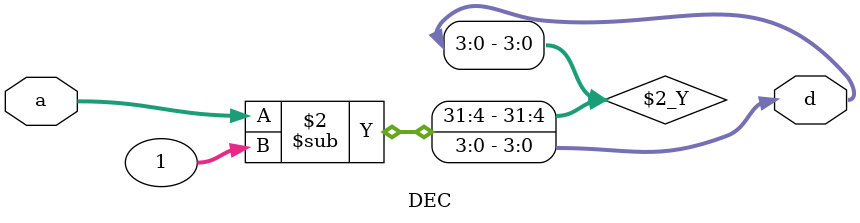
<source format=v>
`timescale 1ns / 1ps

module DEC #(parameter DATAWIDTH = 4)(a, d);
    input      [DATAWIDTH-1:0] a;
    output reg [DATAWIDTH-1:0] d;
    
    always @(a) begin
        /*if (a == 0)
            d <= {DATAWIDTH{1'b1}};
        else
            d <= a - 1;*/
       d <= a - 1;
    end
endmodule
</source>
